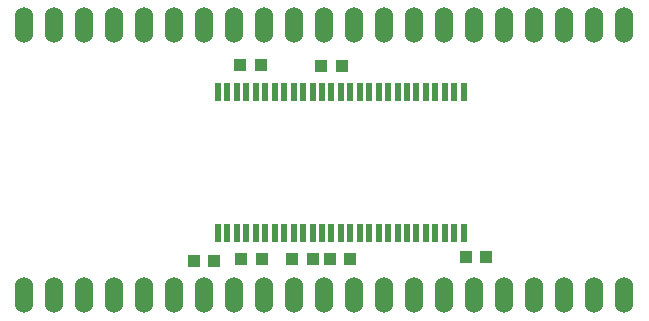
<source format=gtp>
G04 #@! TF.GenerationSoftware,KiCad,Pcbnew,(5.0.2)-1*
G04 #@! TF.CreationDate,2019-01-04T01:39:08+09:00*
G04 #@! TF.ProjectId,sdram,73647261-6d2e-46b6-9963-61645f706362,v1.0*
G04 #@! TF.SameCoordinates,Original*
G04 #@! TF.FileFunction,Paste,Top*
G04 #@! TF.FilePolarity,Positive*
%FSLAX46Y46*%
G04 Gerber Fmt 4.6, Leading zero omitted, Abs format (unit mm)*
G04 Created by KiCad (PCBNEW (5.0.2)-1) date 2019/01/04 1:39:08*
%MOMM*%
%LPD*%
G01*
G04 APERTURE LIST*
%ADD10O,1.524000X3.048000*%
%ADD11R,1.049020X1.079500*%
%ADD12R,0.550000X1.500000*%
G04 APERTURE END LIST*
D10*
G04 #@! TO.C,J1*
X118110000Y-53340000D03*
X120650000Y-53340000D03*
X123190000Y-53340000D03*
X125730000Y-53340000D03*
X128270000Y-53340000D03*
X130810000Y-53340000D03*
X133350000Y-53340000D03*
X135890000Y-53340000D03*
X138430000Y-53340000D03*
X140970000Y-53340000D03*
X143510000Y-53340000D03*
X146050000Y-53340000D03*
X148590000Y-53340000D03*
X151130000Y-53340000D03*
X153670000Y-53340000D03*
X156210000Y-53340000D03*
X158750000Y-53340000D03*
X161290000Y-53340000D03*
X163830000Y-53340000D03*
X166370000Y-53340000D03*
X168910000Y-53340000D03*
G04 #@! TD*
G04 #@! TO.C,J2*
X118110000Y-30480000D03*
X120650000Y-30480000D03*
X123190000Y-30480000D03*
X125730000Y-30480000D03*
X128270000Y-30480000D03*
X130810000Y-30480000D03*
X133350000Y-30480000D03*
X135890000Y-30480000D03*
X138430000Y-30480000D03*
X140970000Y-30480000D03*
X143510000Y-30480000D03*
X146050000Y-30480000D03*
X148590000Y-30480000D03*
X151130000Y-30480000D03*
X153670000Y-30480000D03*
X156210000Y-30480000D03*
X158750000Y-30480000D03*
X161290000Y-30480000D03*
X163830000Y-30480000D03*
X166370000Y-30480000D03*
X168910000Y-30480000D03*
G04 #@! TD*
D11*
G04 #@! TO.C,C1*
X136452240Y-50300000D03*
X138199760Y-50300000D03*
G04 #@! TD*
G04 #@! TO.C,C2*
X132452480Y-50400000D03*
X134200000Y-50400000D03*
G04 #@! TD*
G04 #@! TO.C,C3*
X140752240Y-50300000D03*
X142499760Y-50300000D03*
G04 #@! TD*
G04 #@! TO.C,C4*
X143950240Y-50300000D03*
X145697760Y-50300000D03*
G04 #@! TD*
G04 #@! TO.C,C5*
X155476240Y-50100000D03*
X157223760Y-50100000D03*
G04 #@! TD*
G04 #@! TO.C,C6*
X144999760Y-33900000D03*
X143252240Y-33900000D03*
G04 #@! TD*
G04 #@! TO.C,C7*
X138099760Y-33850000D03*
X136352240Y-33850000D03*
G04 #@! TD*
D12*
G04 #@! TO.C,U1*
X134500000Y-48100000D03*
X135300000Y-48100000D03*
X136100000Y-48100000D03*
X136900000Y-48100000D03*
X137700000Y-48100000D03*
X138500000Y-48100000D03*
X139300000Y-48100000D03*
X140100000Y-48100000D03*
X140900000Y-48100000D03*
X141700000Y-48100000D03*
X142500000Y-48100000D03*
X143300000Y-48100000D03*
X144100000Y-48100000D03*
X144900000Y-48100000D03*
X145700000Y-48100000D03*
X146500000Y-48100000D03*
X147300000Y-48100000D03*
X148100000Y-48100000D03*
X148900000Y-48100000D03*
X149700000Y-48100000D03*
X150500000Y-48100000D03*
X151300000Y-48100000D03*
X152100000Y-48100000D03*
X152900000Y-48100000D03*
X153700000Y-48100000D03*
X154500000Y-48100000D03*
X155300000Y-48100000D03*
X155300000Y-36100000D03*
X154500000Y-36100000D03*
X153700000Y-36100000D03*
X152900000Y-36100000D03*
X152100000Y-36100000D03*
X151300000Y-36100000D03*
X150500000Y-36100000D03*
X149700000Y-36100000D03*
X148900000Y-36100000D03*
X148100000Y-36100000D03*
X147300000Y-36100000D03*
X146500000Y-36100000D03*
X145700000Y-36100000D03*
X144900000Y-36100000D03*
X144100000Y-36100000D03*
X143300000Y-36100000D03*
X142500000Y-36100000D03*
X141700000Y-36100000D03*
X140900000Y-36100000D03*
X140100000Y-36100000D03*
X139300000Y-36100000D03*
X138500000Y-36100000D03*
X137700000Y-36100000D03*
X136900000Y-36100000D03*
X136100000Y-36100000D03*
X135300000Y-36100000D03*
X134500000Y-36100000D03*
G04 #@! TD*
M02*

</source>
